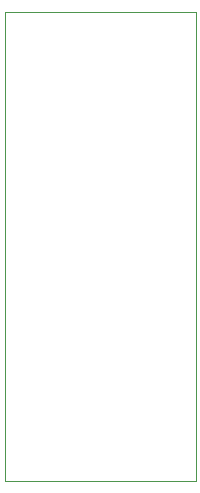
<source format=gbr>
%TF.GenerationSoftware,KiCad,Pcbnew,(5.1.10)-1*%
%TF.CreationDate,2021-05-17T17:41:51-05:00*%
%TF.ProjectId,YMDK_USB_C,594d444b-5f55-4534-925f-432e6b696361,rev?*%
%TF.SameCoordinates,Original*%
%TF.FileFunction,Profile,NP*%
%FSLAX46Y46*%
G04 Gerber Fmt 4.6, Leading zero omitted, Abs format (unit mm)*
G04 Created by KiCad (PCBNEW (5.1.10)-1) date 2021-05-17 17:41:51*
%MOMM*%
%LPD*%
G01*
G04 APERTURE LIST*
%TA.AperFunction,Profile*%
%ADD10C,0.050000*%
%TD*%
G04 APERTURE END LIST*
D10*
X146129000Y-51540000D02*
X146129000Y-91259000D01*
X130000000Y-91259000D02*
X146129000Y-91259000D01*
X130000000Y-51540000D02*
X146129000Y-51540000D01*
X130000000Y-51540000D02*
X130000000Y-91259000D01*
M02*

</source>
